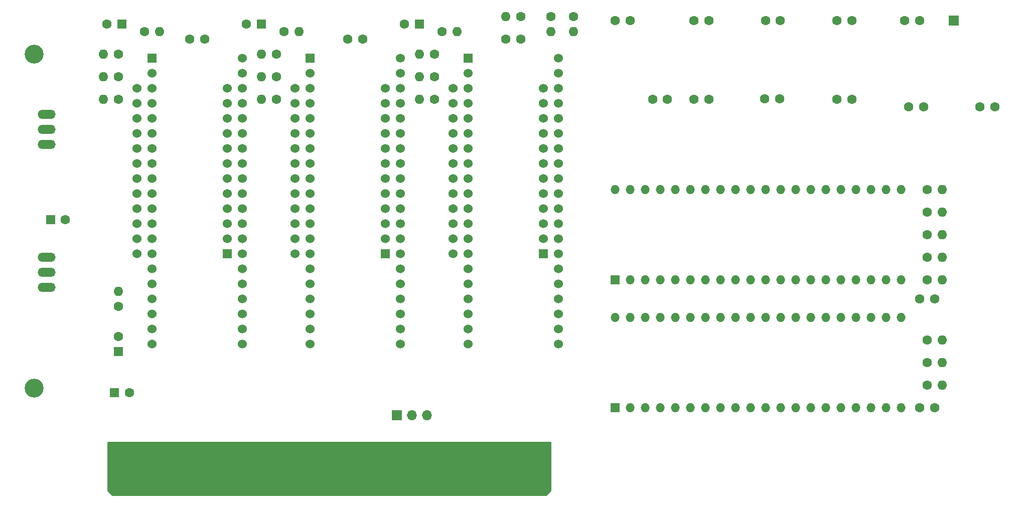
<source format=gbr>
G04 #@! TF.GenerationSoftware,KiCad,Pcbnew,(5.1.8)-1*
G04 #@! TF.CreationDate,2021-07-09T23:37:54+09:00*
G04 #@! TF.ProjectId,L3PSG6n9,4c335053-4736-46e3-992e-6b696361645f,0.2*
G04 #@! TF.SameCoordinates,PX1059ca8PY83885d0*
G04 #@! TF.FileFunction,Soldermask,Bot*
G04 #@! TF.FilePolarity,Negative*
%FSLAX46Y46*%
G04 Gerber Fmt 4.6, Leading zero omitted, Abs format (unit mm)*
G04 Created by KiCad (PCBNEW (5.1.8)-1) date 2021-07-09 23:37:54*
%MOMM*%
%LPD*%
G01*
G04 APERTURE LIST*
%ADD10R,1.524000X1.524000*%
%ADD11O,1.524000X1.524000*%
%ADD12C,1.600000*%
%ADD13R,1.700000X1.700000*%
%ADD14R,1.600000X1.600000*%
%ADD15C,1.524000*%
%ADD16O,1.600000X1.600000*%
%ADD17O,1.700000X1.700000*%
%ADD18O,3.010000X1.510000*%
%ADD19C,3.200000*%
%ADD20C,0.254000*%
%ADD21C,0.100000*%
G04 APERTURE END LIST*
D10*
X103505000Y14732000D03*
D11*
X151765000Y29972000D03*
X106045000Y14732000D03*
X149225000Y29972000D03*
X108585000Y14732000D03*
X146685000Y29972000D03*
X111125000Y14732000D03*
X144145000Y29972000D03*
X113665000Y14732000D03*
X141605000Y29972000D03*
X116205000Y14732000D03*
X139065000Y29972000D03*
X118745000Y14732000D03*
X136525000Y29972000D03*
X121285000Y14732000D03*
X133985000Y29972000D03*
X123825000Y14732000D03*
X131445000Y29972000D03*
X126365000Y14732000D03*
X128905000Y29972000D03*
X128905000Y14732000D03*
X126365000Y29972000D03*
X131445000Y14732000D03*
X123825000Y29972000D03*
X133985000Y14732000D03*
X121285000Y29972000D03*
X136525000Y14732000D03*
X118745000Y29972000D03*
X139065000Y14732000D03*
X116205000Y29972000D03*
X141605000Y14732000D03*
X113665000Y29972000D03*
X144145000Y14732000D03*
X111125000Y29972000D03*
X146685000Y14732000D03*
X108585000Y29972000D03*
X149225000Y14732000D03*
X106045000Y29972000D03*
X151765000Y14732000D03*
X103505000Y29972000D03*
D12*
X131405000Y80137000D03*
X128905000Y80137000D03*
D13*
X160655000Y80137000D03*
D10*
X103505000Y36322000D03*
D11*
X151765000Y51562000D03*
X106045000Y36322000D03*
X149225000Y51562000D03*
X108585000Y36322000D03*
X146685000Y51562000D03*
X111125000Y36322000D03*
X144145000Y51562000D03*
X113665000Y36322000D03*
X141605000Y51562000D03*
X116205000Y36322000D03*
X139065000Y51562000D03*
X118745000Y36322000D03*
X136525000Y51562000D03*
X121285000Y36322000D03*
X133985000Y51562000D03*
X123825000Y36322000D03*
X131445000Y51562000D03*
X126365000Y36322000D03*
X128905000Y51562000D03*
X128905000Y36322000D03*
X126365000Y51562000D03*
X131445000Y36322000D03*
X123825000Y51562000D03*
X133985000Y36322000D03*
X121285000Y51562000D03*
X136525000Y36322000D03*
X118745000Y51562000D03*
X139065000Y36322000D03*
X116205000Y51562000D03*
X141605000Y36322000D03*
X113665000Y51562000D03*
X144145000Y36322000D03*
X111125000Y51562000D03*
X146685000Y36322000D03*
X108585000Y51562000D03*
X149225000Y36322000D03*
X106045000Y51562000D03*
X151765000Y36322000D03*
X103505000Y51562000D03*
D14*
X19050000Y17272000D03*
D12*
X21550000Y17272000D03*
D15*
X76200000Y40767000D03*
X76200000Y43307000D03*
X76200000Y45847000D03*
X76200000Y48387000D03*
X76200000Y50927000D03*
X76200000Y53467000D03*
X76200000Y56007000D03*
X76200000Y58547000D03*
X76200000Y61087000D03*
X76200000Y63627000D03*
X76200000Y66167000D03*
X76200000Y68707000D03*
X91440000Y68707000D03*
X91440000Y66167000D03*
X91440000Y63627000D03*
X91440000Y61087000D03*
X91440000Y58547000D03*
X91440000Y56007000D03*
X91440000Y53467000D03*
X91440000Y50927000D03*
X91440000Y48387000D03*
X91440000Y45847000D03*
X91440000Y43307000D03*
D10*
X91440000Y40767000D03*
D15*
X93980000Y73787000D03*
X93980000Y71247000D03*
X93980000Y68707000D03*
X93980000Y66167000D03*
X93980000Y63627000D03*
X93980000Y61087000D03*
X93980000Y58547000D03*
X93980000Y56007000D03*
X93980000Y53467000D03*
X93980000Y50927000D03*
X93980000Y48387000D03*
X93980000Y45847000D03*
X93980000Y43307000D03*
X93980000Y40767000D03*
X93980000Y38227000D03*
X93980000Y35687000D03*
X93980000Y33147000D03*
X93980000Y30607000D03*
X93980000Y28067000D03*
X93980000Y25527000D03*
X78740000Y25527000D03*
X78740000Y28067000D03*
X78740000Y30607000D03*
X78740000Y33147000D03*
X78740000Y35687000D03*
X78740000Y38227000D03*
X78740000Y40767000D03*
X78740000Y43307000D03*
X78740000Y45847000D03*
X78740000Y48387000D03*
X78740000Y50927000D03*
X78740000Y53467000D03*
X78740000Y56007000D03*
X78740000Y58547000D03*
X78740000Y61087000D03*
X78740000Y63627000D03*
X78740000Y66167000D03*
X78740000Y68707000D03*
X78740000Y71247000D03*
D10*
X78740000Y73787000D03*
D15*
X49530000Y40767000D03*
X49530000Y43307000D03*
X49530000Y45847000D03*
X49530000Y48387000D03*
X49530000Y50927000D03*
X49530000Y53467000D03*
X49530000Y56007000D03*
X49530000Y58547000D03*
X49530000Y61087000D03*
X49530000Y63627000D03*
X49530000Y66167000D03*
X49530000Y68707000D03*
X64770000Y68707000D03*
X64770000Y66167000D03*
X64770000Y63627000D03*
X64770000Y61087000D03*
X64770000Y58547000D03*
X64770000Y56007000D03*
X64770000Y53467000D03*
X64770000Y50927000D03*
X64770000Y48387000D03*
X64770000Y45847000D03*
X64770000Y43307000D03*
D10*
X64770000Y40767000D03*
D15*
X67310000Y73787000D03*
X67310000Y71247000D03*
X67310000Y68707000D03*
X67310000Y66167000D03*
X67310000Y63627000D03*
X67310000Y61087000D03*
X67310000Y58547000D03*
X67310000Y56007000D03*
X67310000Y53467000D03*
X67310000Y50927000D03*
X67310000Y48387000D03*
X67310000Y45847000D03*
X67310000Y43307000D03*
X67310000Y40767000D03*
X67310000Y38227000D03*
X67310000Y35687000D03*
X67310000Y33147000D03*
X67310000Y30607000D03*
X67310000Y28067000D03*
X67310000Y25527000D03*
X52070000Y25527000D03*
X52070000Y28067000D03*
X52070000Y30607000D03*
X52070000Y33147000D03*
X52070000Y35687000D03*
X52070000Y38227000D03*
X52070000Y40767000D03*
X52070000Y43307000D03*
X52070000Y45847000D03*
X52070000Y48387000D03*
X52070000Y50927000D03*
X52070000Y53467000D03*
X52070000Y56007000D03*
X52070000Y58547000D03*
X52070000Y61087000D03*
X52070000Y63627000D03*
X52070000Y66167000D03*
X52070000Y68707000D03*
X52070000Y71247000D03*
D10*
X52070000Y73787000D03*
D15*
X22860000Y40767000D03*
X22860000Y43307000D03*
X22860000Y45847000D03*
X22860000Y48387000D03*
X22860000Y50927000D03*
X22860000Y53467000D03*
X22860000Y56007000D03*
X22860000Y58547000D03*
X22860000Y61087000D03*
X22860000Y63627000D03*
X22860000Y66167000D03*
X22860000Y68707000D03*
X38100000Y68707000D03*
X38100000Y66167000D03*
X38100000Y63627000D03*
X38100000Y61087000D03*
X38100000Y58547000D03*
X38100000Y56007000D03*
X38100000Y53467000D03*
X38100000Y50927000D03*
X38100000Y48387000D03*
X38100000Y45847000D03*
X38100000Y43307000D03*
D10*
X38100000Y40767000D03*
D15*
X40640000Y73787000D03*
X40640000Y71247000D03*
X40640000Y68707000D03*
X40640000Y66167000D03*
X40640000Y63627000D03*
X40640000Y61087000D03*
X40640000Y58547000D03*
X40640000Y56007000D03*
X40640000Y53467000D03*
X40640000Y50927000D03*
X40640000Y48387000D03*
X40640000Y45847000D03*
X40640000Y43307000D03*
X40640000Y40767000D03*
X40640000Y38227000D03*
X40640000Y35687000D03*
X40640000Y33147000D03*
X40640000Y30607000D03*
X40640000Y28067000D03*
X40640000Y25527000D03*
X25400000Y25527000D03*
X25400000Y28067000D03*
X25400000Y30607000D03*
X25400000Y33147000D03*
X25400000Y35687000D03*
X25400000Y38227000D03*
X25400000Y40767000D03*
X25400000Y43307000D03*
X25400000Y45847000D03*
X25400000Y48387000D03*
X25400000Y50927000D03*
X25400000Y53467000D03*
X25400000Y56007000D03*
X25400000Y58547000D03*
X25400000Y61087000D03*
X25400000Y63627000D03*
X25400000Y66167000D03*
X25400000Y68707000D03*
X25400000Y71247000D03*
D10*
X25400000Y73787000D03*
D12*
X96520000Y80772000D03*
D16*
X96520000Y78232000D03*
D12*
X92710000Y80772000D03*
D16*
X92710000Y78232000D03*
D12*
X19685000Y31877000D03*
D16*
X19685000Y34417000D03*
D12*
X74295000Y78232000D03*
D16*
X76835000Y78232000D03*
D12*
X47625000Y78232000D03*
D16*
X50165000Y78232000D03*
D12*
X24130000Y78232000D03*
D16*
X26670000Y78232000D03*
D12*
X73025000Y66802000D03*
D16*
X70485000Y66802000D03*
D12*
X73025000Y74422000D03*
D16*
X70485000Y74422000D03*
D12*
X73025000Y70612000D03*
D16*
X70485000Y70612000D03*
D12*
X46355000Y66802000D03*
D16*
X43815000Y66802000D03*
D12*
X46355000Y74422000D03*
D16*
X43815000Y74422000D03*
D12*
X46355000Y70612000D03*
D16*
X43815000Y70612000D03*
D12*
X19685000Y66802000D03*
D16*
X17145000Y66802000D03*
D12*
X19685000Y74422000D03*
D16*
X17145000Y74422000D03*
D12*
X19685000Y70612000D03*
D16*
X17145000Y70612000D03*
D12*
X156210000Y51562000D03*
D16*
X158750000Y51562000D03*
D12*
X156210000Y47752000D03*
D16*
X158750000Y47752000D03*
D12*
X156210000Y43942000D03*
D16*
X158750000Y43942000D03*
D12*
X156210000Y40132000D03*
D16*
X158750000Y40132000D03*
D12*
X156210000Y36322000D03*
D16*
X158750000Y36322000D03*
D12*
X156210000Y18542000D03*
D16*
X158750000Y18542000D03*
D12*
X156210000Y22352000D03*
D16*
X158750000Y22352000D03*
D12*
X156210000Y26162000D03*
D16*
X158750000Y26162000D03*
D12*
X87630000Y80772000D03*
D16*
X85090000Y80772000D03*
D13*
X66675000Y13462000D03*
D17*
X69215000Y13462000D03*
X71755000Y13462000D03*
D14*
X19685000Y24257000D03*
D12*
X19685000Y26757000D03*
D14*
X70485000Y79502000D03*
D12*
X67985000Y79502000D03*
D14*
X43815000Y79502000D03*
D12*
X41315000Y79502000D03*
D14*
X20320000Y79502000D03*
D12*
X17820000Y79502000D03*
D14*
X8255000Y46482000D03*
D12*
X10755000Y46482000D03*
X119380000Y80137000D03*
X116880000Y80137000D03*
X154940000Y80137000D03*
X152440000Y80137000D03*
X155575000Y65532000D03*
X153075000Y65532000D03*
X167640000Y65532000D03*
X165140000Y65532000D03*
X143510000Y80137000D03*
X141010000Y80137000D03*
X143510000Y66802000D03*
X141010000Y66802000D03*
X106045000Y80137000D03*
X103545000Y80137000D03*
X109855000Y66802000D03*
X112355000Y66802000D03*
X131318000Y66929000D03*
X128818000Y66929000D03*
X119380000Y66802000D03*
X116880000Y66802000D03*
X154940000Y33147000D03*
X157440000Y33147000D03*
X154940000Y14732000D03*
X157440000Y14732000D03*
X87630000Y76962000D03*
X85130000Y76962000D03*
X60960000Y76962000D03*
X58460000Y76962000D03*
X34290000Y76962000D03*
X31790000Y76962000D03*
D18*
X7620000Y40132000D03*
X7620000Y37592000D03*
X7620000Y35052000D03*
X7620000Y64262000D03*
X7620000Y61722000D03*
X7620000Y59182000D03*
D19*
X5461000Y18034000D03*
X5461000Y74422000D03*
D20*
X92583000Y762000D02*
X91821000Y0D01*
X18669000Y0D01*
X17907000Y762000D01*
X17907000Y8890000D01*
X92583000Y8890000D01*
X92583000Y762000D01*
D21*
G36*
X92583000Y762000D02*
G01*
X91821000Y0D01*
X18669000Y0D01*
X17907000Y762000D01*
X17907000Y8890000D01*
X92583000Y8890000D01*
X92583000Y762000D01*
G37*
M02*

</source>
